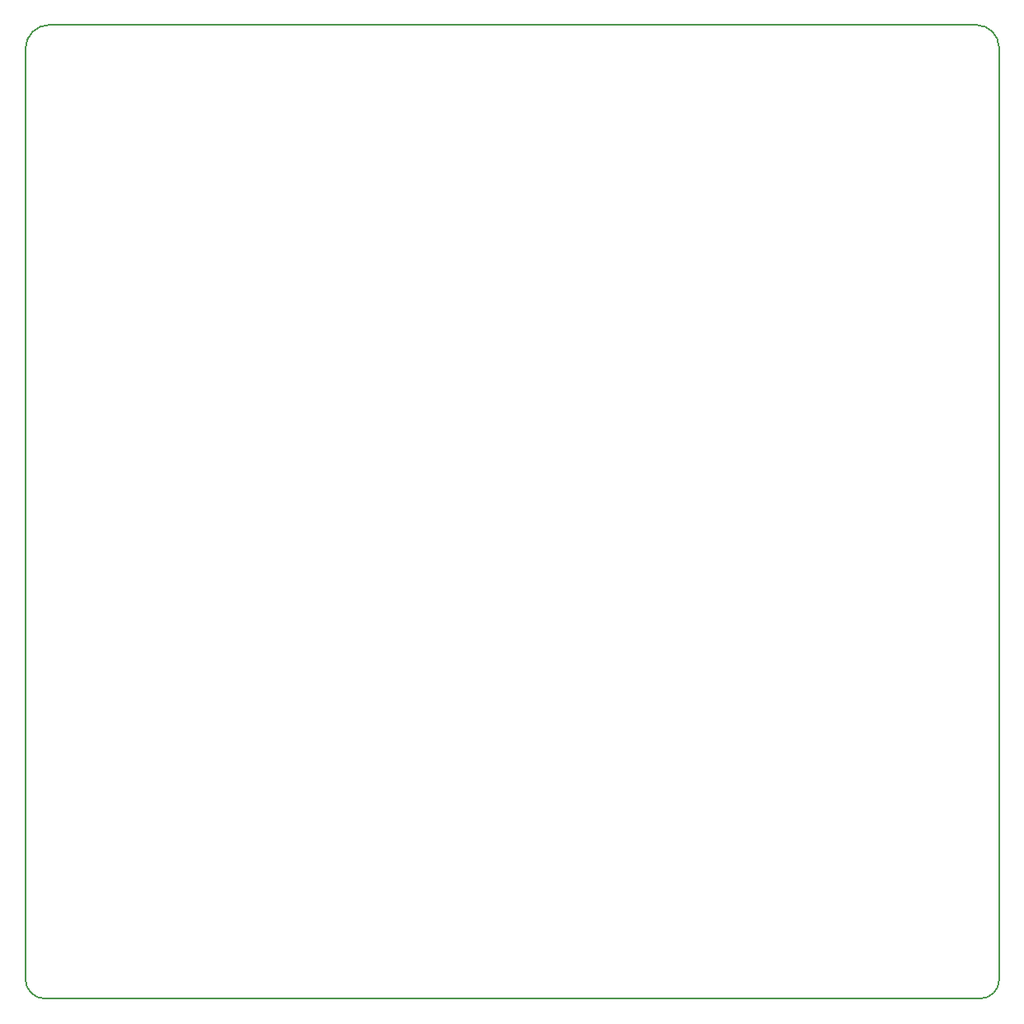
<source format=gko>
G04*
G04 #@! TF.GenerationSoftware,Altium Limited,Altium Designer,21.8.1 (53)*
G04*
G04 Layer_Color=16711935*
%FSLAX44Y44*%
%MOMM*%
G71*
G04*
G04 #@! TF.SameCoordinates,A6134195-47DE-4A90-8313-BABE1660A9E3*
G04*
G04*
G04 #@! TF.FilePolarity,Positive*
G04*
G01*
G75*
%ADD43C,0.2000*%
D43*
X980440Y-0D02*
G03*
X1000000Y19560I0J19560D01*
G01*
X1000000Y976120D02*
G03*
X976120Y1000000I-23880J0D01*
G01*
X24640Y1000000D02*
G03*
X0Y975360I0J-24640D01*
G01*
X-0Y20320D02*
G03*
X20320Y0I20320J-0D01*
G01*
X20320D02*
X980440Y-0D01*
X1000000Y19560D02*
X1000000Y976120D01*
X24640Y1000000D02*
X976120D01*
X-0Y20320D02*
Y975360D01*
M02*

</source>
